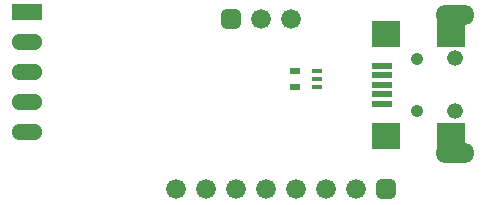
<source format=gbs>
G04*
G04 #@! TF.GenerationSoftware,Altium Limited,Altium Designer,24.3.1 (35)*
G04*
G04 Layer_Color=16711935*
%FSLAX44Y44*%
%MOMM*%
G71*
G04*
G04 #@! TF.SameCoordinates,DD5606FB-0AE3-4311-A501-CF171F200833*
G04*
G04*
G04 #@! TF.FilePolarity,Negative*
G04*
G01*
G75*
%ADD43O,2.6160X1.3460*%
%ADD44R,2.6160X1.3460*%
%ADD45C,1.6760*%
G04:AMPARAMS|DCode=46|XSize=1.676mm|YSize=1.676mm|CornerRadius=0.438mm|HoleSize=0mm|Usage=FLASHONLY|Rotation=180.000|XOffset=0mm|YOffset=0mm|HoleType=Round|Shape=RoundedRectangle|*
%AMROUNDEDRECTD46*
21,1,1.6760,0.8000,0,0,180.0*
21,1,0.8000,1.6760,0,0,180.0*
1,1,0.8760,-0.4000,0.4000*
1,1,0.8760,0.4000,0.4000*
1,1,0.8760,0.4000,-0.4000*
1,1,0.8760,-0.4000,-0.4000*
%
%ADD46ROUNDEDRECTD46*%
%ADD47O,3.3260X1.7010*%
%ADD48C,1.3260*%
%ADD49C,1.0760*%
%ADD69R,0.8760X0.4260*%
%ADD70R,0.8760X0.4760*%
%ADD71R,2.3760X2.2760*%
%ADD72R,1.6760X0.6260*%
D43*
X187254Y70630D02*
D03*
Y96030D02*
D03*
Y121430D02*
D03*
Y146830D02*
D03*
D44*
Y172230D02*
D03*
D45*
X364005Y22659D02*
D03*
X414805D02*
D03*
X465605D02*
D03*
X440205D02*
D03*
X389405D02*
D03*
X338605D02*
D03*
X313205D02*
D03*
X410554Y166430D02*
D03*
X385154D02*
D03*
D46*
X491005Y22659D02*
D03*
X359754Y166430D02*
D03*
D47*
X549754Y169930D02*
D03*
Y52930D02*
D03*
D48*
Y133930D02*
D03*
Y88930D02*
D03*
D49*
X517254D02*
D03*
Y132930D02*
D03*
D69*
X432918Y109324D02*
D03*
Y122324D02*
D03*
Y115824D02*
D03*
D70*
X413918Y122324D02*
D03*
Y109324D02*
D03*
D71*
X491254Y67930D02*
D03*
Y153930D02*
D03*
X546254Y67930D02*
D03*
Y153930D02*
D03*
D72*
X487754Y94930D02*
D03*
Y102930D02*
D03*
Y110930D02*
D03*
Y118930D02*
D03*
Y126930D02*
D03*
M02*

</source>
